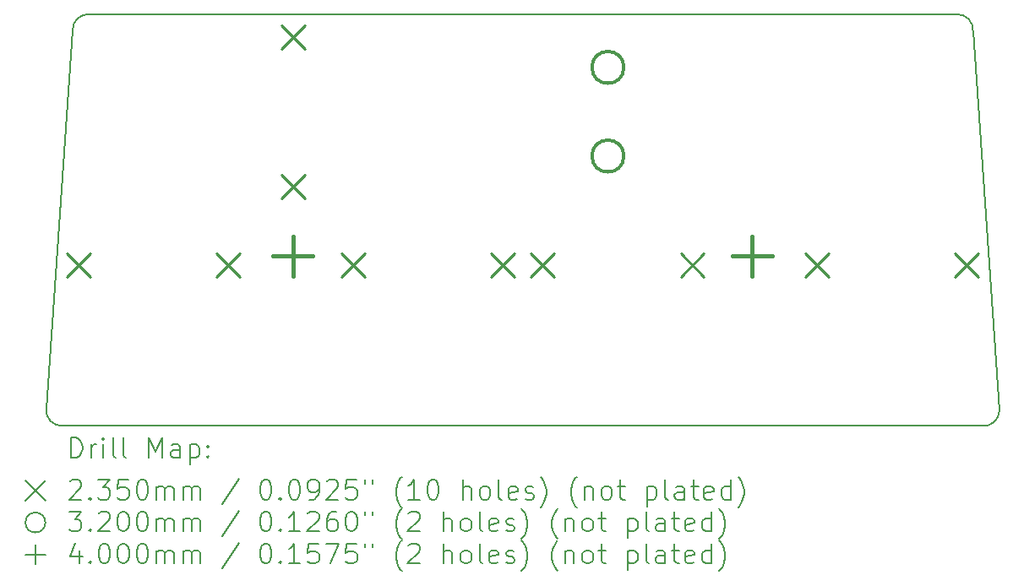
<source format=gbr>
%TF.GenerationSoftware,KiCad,Pcbnew,(6.0.11)*%
%TF.CreationDate,2024-03-01T18:21:50+00:00*%
%TF.ProjectId,BT66B_RJ45_JB,42543636-425f-4524-9a34-355f4a422e6b,rev?*%
%TF.SameCoordinates,Original*%
%TF.FileFunction,Drillmap*%
%TF.FilePolarity,Positive*%
%FSLAX45Y45*%
G04 Gerber Fmt 4.5, Leading zero omitted, Abs format (unit mm)*
G04 Created by KiCad (PCBNEW (6.0.11)) date 2024-03-01 18:21:50*
%MOMM*%
%LPD*%
G01*
G04 APERTURE LIST*
%ADD10C,0.150000*%
%ADD11C,0.200000*%
%ADD12C,0.235000*%
%ADD13C,0.320000*%
%ADD14C,0.400000*%
G04 APERTURE END LIST*
D10*
X9560054Y-11817889D02*
X9825100Y-8018599D01*
X18847947Y-8031111D02*
X19113011Y-11830454D01*
X9996111Y-7860053D02*
X18689401Y-7860100D01*
X9996111Y-7860054D02*
G75*
G03*
X9825100Y-8018599I-12011J-158546D01*
G01*
X9560054Y-11817889D02*
G75*
G03*
X9718599Y-11988900I158546J-12011D01*
G01*
X18942000Y-11988997D02*
G75*
G03*
X19113011Y-11830454I12010J158547D01*
G01*
X18847946Y-8031111D02*
G75*
G03*
X18689401Y-7860100I-158546J12011D01*
G01*
X9718599Y-11988900D02*
X18942000Y-11989000D01*
D11*
D12*
X9768500Y-10256500D02*
X10003500Y-10491500D01*
X10003500Y-10256500D02*
X9768500Y-10491500D01*
X11268500Y-10256500D02*
X11503500Y-10491500D01*
X11503500Y-10256500D02*
X11268500Y-10491500D01*
X11916300Y-7970100D02*
X12151300Y-8205100D01*
X12151300Y-7970100D02*
X11916300Y-8205100D01*
X11916300Y-9470100D02*
X12151300Y-9705100D01*
X12151300Y-9470100D02*
X11916300Y-9705100D01*
X12518500Y-10256500D02*
X12753500Y-10491500D01*
X12753500Y-10256500D02*
X12518500Y-10491500D01*
X14018500Y-10256500D02*
X14253500Y-10491500D01*
X14253500Y-10256500D02*
X14018500Y-10491500D01*
X14418500Y-10256500D02*
X14653500Y-10491500D01*
X14653500Y-10256500D02*
X14418500Y-10491500D01*
X15918500Y-10256500D02*
X16153500Y-10491500D01*
X16153500Y-10256500D02*
X15918500Y-10491500D01*
X17168500Y-10256500D02*
X17403500Y-10491500D01*
X17403500Y-10256500D02*
X17168500Y-10491500D01*
X18668500Y-10256500D02*
X18903500Y-10491500D01*
X18903500Y-10256500D02*
X18668500Y-10491500D01*
D13*
X15349200Y-8393100D02*
G75*
G03*
X15349200Y-8393100I-160000J0D01*
G01*
X15349200Y-9282100D02*
G75*
G03*
X15349200Y-9282100I-160000J0D01*
G01*
D14*
X12034000Y-10086000D02*
X12034000Y-10486000D01*
X11834000Y-10286000D02*
X12234000Y-10286000D01*
X16635000Y-10086000D02*
X16635000Y-10486000D01*
X16435000Y-10286000D02*
X16835000Y-10286000D01*
D11*
X9809719Y-12307427D02*
X9809719Y-12107427D01*
X9857338Y-12107427D01*
X9885910Y-12116951D01*
X9904957Y-12135999D01*
X9914481Y-12155046D01*
X9924005Y-12193141D01*
X9924005Y-12221713D01*
X9914481Y-12259808D01*
X9904957Y-12278856D01*
X9885910Y-12297903D01*
X9857338Y-12307427D01*
X9809719Y-12307427D01*
X10009719Y-12307427D02*
X10009719Y-12174094D01*
X10009719Y-12212189D02*
X10019243Y-12193141D01*
X10028767Y-12183618D01*
X10047814Y-12174094D01*
X10066862Y-12174094D01*
X10133529Y-12307427D02*
X10133529Y-12174094D01*
X10133529Y-12107427D02*
X10124005Y-12116951D01*
X10133529Y-12126475D01*
X10143052Y-12116951D01*
X10133529Y-12107427D01*
X10133529Y-12126475D01*
X10257338Y-12307427D02*
X10238291Y-12297903D01*
X10228767Y-12278856D01*
X10228767Y-12107427D01*
X10362100Y-12307427D02*
X10343052Y-12297903D01*
X10333529Y-12278856D01*
X10333529Y-12107427D01*
X10590672Y-12307427D02*
X10590672Y-12107427D01*
X10657338Y-12250284D01*
X10724005Y-12107427D01*
X10724005Y-12307427D01*
X10904957Y-12307427D02*
X10904957Y-12202665D01*
X10895433Y-12183618D01*
X10876386Y-12174094D01*
X10838291Y-12174094D01*
X10819243Y-12183618D01*
X10904957Y-12297903D02*
X10885910Y-12307427D01*
X10838291Y-12307427D01*
X10819243Y-12297903D01*
X10809719Y-12278856D01*
X10809719Y-12259808D01*
X10819243Y-12240760D01*
X10838291Y-12231237D01*
X10885910Y-12231237D01*
X10904957Y-12221713D01*
X11000195Y-12174094D02*
X11000195Y-12374094D01*
X11000195Y-12183618D02*
X11019243Y-12174094D01*
X11057338Y-12174094D01*
X11076386Y-12183618D01*
X11085910Y-12193141D01*
X11095433Y-12212189D01*
X11095433Y-12269332D01*
X11085910Y-12288379D01*
X11076386Y-12297903D01*
X11057338Y-12307427D01*
X11019243Y-12307427D01*
X11000195Y-12297903D01*
X11181148Y-12288379D02*
X11190671Y-12297903D01*
X11181148Y-12307427D01*
X11171624Y-12297903D01*
X11181148Y-12288379D01*
X11181148Y-12307427D01*
X11181148Y-12183618D02*
X11190671Y-12193141D01*
X11181148Y-12202665D01*
X11171624Y-12193141D01*
X11181148Y-12183618D01*
X11181148Y-12202665D01*
X9352100Y-12536951D02*
X9552100Y-12736951D01*
X9552100Y-12536951D02*
X9352100Y-12736951D01*
X9800195Y-12546475D02*
X9809719Y-12536951D01*
X9828767Y-12527427D01*
X9876386Y-12527427D01*
X9895433Y-12536951D01*
X9904957Y-12546475D01*
X9914481Y-12565522D01*
X9914481Y-12584570D01*
X9904957Y-12613141D01*
X9790672Y-12727427D01*
X9914481Y-12727427D01*
X10000195Y-12708379D02*
X10009719Y-12717903D01*
X10000195Y-12727427D01*
X9990672Y-12717903D01*
X10000195Y-12708379D01*
X10000195Y-12727427D01*
X10076386Y-12527427D02*
X10200195Y-12527427D01*
X10133529Y-12603618D01*
X10162100Y-12603618D01*
X10181148Y-12613141D01*
X10190672Y-12622665D01*
X10200195Y-12641713D01*
X10200195Y-12689332D01*
X10190672Y-12708379D01*
X10181148Y-12717903D01*
X10162100Y-12727427D01*
X10104957Y-12727427D01*
X10085910Y-12717903D01*
X10076386Y-12708379D01*
X10381148Y-12527427D02*
X10285910Y-12527427D01*
X10276386Y-12622665D01*
X10285910Y-12613141D01*
X10304957Y-12603618D01*
X10352576Y-12603618D01*
X10371624Y-12613141D01*
X10381148Y-12622665D01*
X10390672Y-12641713D01*
X10390672Y-12689332D01*
X10381148Y-12708379D01*
X10371624Y-12717903D01*
X10352576Y-12727427D01*
X10304957Y-12727427D01*
X10285910Y-12717903D01*
X10276386Y-12708379D01*
X10514481Y-12527427D02*
X10533529Y-12527427D01*
X10552576Y-12536951D01*
X10562100Y-12546475D01*
X10571624Y-12565522D01*
X10581148Y-12603618D01*
X10581148Y-12651237D01*
X10571624Y-12689332D01*
X10562100Y-12708379D01*
X10552576Y-12717903D01*
X10533529Y-12727427D01*
X10514481Y-12727427D01*
X10495433Y-12717903D01*
X10485910Y-12708379D01*
X10476386Y-12689332D01*
X10466862Y-12651237D01*
X10466862Y-12603618D01*
X10476386Y-12565522D01*
X10485910Y-12546475D01*
X10495433Y-12536951D01*
X10514481Y-12527427D01*
X10666862Y-12727427D02*
X10666862Y-12594094D01*
X10666862Y-12613141D02*
X10676386Y-12603618D01*
X10695433Y-12594094D01*
X10724005Y-12594094D01*
X10743052Y-12603618D01*
X10752576Y-12622665D01*
X10752576Y-12727427D01*
X10752576Y-12622665D02*
X10762100Y-12603618D01*
X10781148Y-12594094D01*
X10809719Y-12594094D01*
X10828767Y-12603618D01*
X10838291Y-12622665D01*
X10838291Y-12727427D01*
X10933529Y-12727427D02*
X10933529Y-12594094D01*
X10933529Y-12613141D02*
X10943052Y-12603618D01*
X10962100Y-12594094D01*
X10990672Y-12594094D01*
X11009719Y-12603618D01*
X11019243Y-12622665D01*
X11019243Y-12727427D01*
X11019243Y-12622665D02*
X11028767Y-12603618D01*
X11047814Y-12594094D01*
X11076386Y-12594094D01*
X11095433Y-12603618D01*
X11104957Y-12622665D01*
X11104957Y-12727427D01*
X11495433Y-12517903D02*
X11324005Y-12775046D01*
X11752576Y-12527427D02*
X11771624Y-12527427D01*
X11790671Y-12536951D01*
X11800195Y-12546475D01*
X11809719Y-12565522D01*
X11819243Y-12603618D01*
X11819243Y-12651237D01*
X11809719Y-12689332D01*
X11800195Y-12708379D01*
X11790671Y-12717903D01*
X11771624Y-12727427D01*
X11752576Y-12727427D01*
X11733529Y-12717903D01*
X11724005Y-12708379D01*
X11714481Y-12689332D01*
X11704957Y-12651237D01*
X11704957Y-12603618D01*
X11714481Y-12565522D01*
X11724005Y-12546475D01*
X11733529Y-12536951D01*
X11752576Y-12527427D01*
X11904957Y-12708379D02*
X11914481Y-12717903D01*
X11904957Y-12727427D01*
X11895433Y-12717903D01*
X11904957Y-12708379D01*
X11904957Y-12727427D01*
X12038290Y-12527427D02*
X12057338Y-12527427D01*
X12076386Y-12536951D01*
X12085910Y-12546475D01*
X12095433Y-12565522D01*
X12104957Y-12603618D01*
X12104957Y-12651237D01*
X12095433Y-12689332D01*
X12085910Y-12708379D01*
X12076386Y-12717903D01*
X12057338Y-12727427D01*
X12038290Y-12727427D01*
X12019243Y-12717903D01*
X12009719Y-12708379D01*
X12000195Y-12689332D01*
X11990671Y-12651237D01*
X11990671Y-12603618D01*
X12000195Y-12565522D01*
X12009719Y-12546475D01*
X12019243Y-12536951D01*
X12038290Y-12527427D01*
X12200195Y-12727427D02*
X12238290Y-12727427D01*
X12257338Y-12717903D01*
X12266862Y-12708379D01*
X12285910Y-12679808D01*
X12295433Y-12641713D01*
X12295433Y-12565522D01*
X12285910Y-12546475D01*
X12276386Y-12536951D01*
X12257338Y-12527427D01*
X12219243Y-12527427D01*
X12200195Y-12536951D01*
X12190671Y-12546475D01*
X12181148Y-12565522D01*
X12181148Y-12613141D01*
X12190671Y-12632189D01*
X12200195Y-12641713D01*
X12219243Y-12651237D01*
X12257338Y-12651237D01*
X12276386Y-12641713D01*
X12285910Y-12632189D01*
X12295433Y-12613141D01*
X12371624Y-12546475D02*
X12381148Y-12536951D01*
X12400195Y-12527427D01*
X12447814Y-12527427D01*
X12466862Y-12536951D01*
X12476386Y-12546475D01*
X12485910Y-12565522D01*
X12485910Y-12584570D01*
X12476386Y-12613141D01*
X12362100Y-12727427D01*
X12485910Y-12727427D01*
X12666862Y-12527427D02*
X12571624Y-12527427D01*
X12562100Y-12622665D01*
X12571624Y-12613141D01*
X12590671Y-12603618D01*
X12638290Y-12603618D01*
X12657338Y-12613141D01*
X12666862Y-12622665D01*
X12676386Y-12641713D01*
X12676386Y-12689332D01*
X12666862Y-12708379D01*
X12657338Y-12717903D01*
X12638290Y-12727427D01*
X12590671Y-12727427D01*
X12571624Y-12717903D01*
X12562100Y-12708379D01*
X12752576Y-12527427D02*
X12752576Y-12565522D01*
X12828767Y-12527427D02*
X12828767Y-12565522D01*
X13124005Y-12803618D02*
X13114481Y-12794094D01*
X13095433Y-12765522D01*
X13085910Y-12746475D01*
X13076386Y-12717903D01*
X13066862Y-12670284D01*
X13066862Y-12632189D01*
X13076386Y-12584570D01*
X13085910Y-12555999D01*
X13095433Y-12536951D01*
X13114481Y-12508379D01*
X13124005Y-12498856D01*
X13304957Y-12727427D02*
X13190671Y-12727427D01*
X13247814Y-12727427D02*
X13247814Y-12527427D01*
X13228767Y-12555999D01*
X13209719Y-12575046D01*
X13190671Y-12584570D01*
X13428767Y-12527427D02*
X13447814Y-12527427D01*
X13466862Y-12536951D01*
X13476386Y-12546475D01*
X13485910Y-12565522D01*
X13495433Y-12603618D01*
X13495433Y-12651237D01*
X13485910Y-12689332D01*
X13476386Y-12708379D01*
X13466862Y-12717903D01*
X13447814Y-12727427D01*
X13428767Y-12727427D01*
X13409719Y-12717903D01*
X13400195Y-12708379D01*
X13390671Y-12689332D01*
X13381148Y-12651237D01*
X13381148Y-12603618D01*
X13390671Y-12565522D01*
X13400195Y-12546475D01*
X13409719Y-12536951D01*
X13428767Y-12527427D01*
X13733529Y-12727427D02*
X13733529Y-12527427D01*
X13819243Y-12727427D02*
X13819243Y-12622665D01*
X13809719Y-12603618D01*
X13790671Y-12594094D01*
X13762100Y-12594094D01*
X13743052Y-12603618D01*
X13733529Y-12613141D01*
X13943052Y-12727427D02*
X13924005Y-12717903D01*
X13914481Y-12708379D01*
X13904957Y-12689332D01*
X13904957Y-12632189D01*
X13914481Y-12613141D01*
X13924005Y-12603618D01*
X13943052Y-12594094D01*
X13971624Y-12594094D01*
X13990671Y-12603618D01*
X14000195Y-12613141D01*
X14009719Y-12632189D01*
X14009719Y-12689332D01*
X14000195Y-12708379D01*
X13990671Y-12717903D01*
X13971624Y-12727427D01*
X13943052Y-12727427D01*
X14124005Y-12727427D02*
X14104957Y-12717903D01*
X14095433Y-12698856D01*
X14095433Y-12527427D01*
X14276386Y-12717903D02*
X14257338Y-12727427D01*
X14219243Y-12727427D01*
X14200195Y-12717903D01*
X14190671Y-12698856D01*
X14190671Y-12622665D01*
X14200195Y-12603618D01*
X14219243Y-12594094D01*
X14257338Y-12594094D01*
X14276386Y-12603618D01*
X14285910Y-12622665D01*
X14285910Y-12641713D01*
X14190671Y-12660760D01*
X14362100Y-12717903D02*
X14381148Y-12727427D01*
X14419243Y-12727427D01*
X14438290Y-12717903D01*
X14447814Y-12698856D01*
X14447814Y-12689332D01*
X14438290Y-12670284D01*
X14419243Y-12660760D01*
X14390671Y-12660760D01*
X14371624Y-12651237D01*
X14362100Y-12632189D01*
X14362100Y-12622665D01*
X14371624Y-12603618D01*
X14390671Y-12594094D01*
X14419243Y-12594094D01*
X14438290Y-12603618D01*
X14514481Y-12803618D02*
X14524005Y-12794094D01*
X14543052Y-12765522D01*
X14552576Y-12746475D01*
X14562100Y-12717903D01*
X14571624Y-12670284D01*
X14571624Y-12632189D01*
X14562100Y-12584570D01*
X14552576Y-12555999D01*
X14543052Y-12536951D01*
X14524005Y-12508379D01*
X14514481Y-12498856D01*
X14876386Y-12803618D02*
X14866862Y-12794094D01*
X14847814Y-12765522D01*
X14838290Y-12746475D01*
X14828767Y-12717903D01*
X14819243Y-12670284D01*
X14819243Y-12632189D01*
X14828767Y-12584570D01*
X14838290Y-12555999D01*
X14847814Y-12536951D01*
X14866862Y-12508379D01*
X14876386Y-12498856D01*
X14952576Y-12594094D02*
X14952576Y-12727427D01*
X14952576Y-12613141D02*
X14962100Y-12603618D01*
X14981148Y-12594094D01*
X15009719Y-12594094D01*
X15028767Y-12603618D01*
X15038290Y-12622665D01*
X15038290Y-12727427D01*
X15162100Y-12727427D02*
X15143052Y-12717903D01*
X15133529Y-12708379D01*
X15124005Y-12689332D01*
X15124005Y-12632189D01*
X15133529Y-12613141D01*
X15143052Y-12603618D01*
X15162100Y-12594094D01*
X15190671Y-12594094D01*
X15209719Y-12603618D01*
X15219243Y-12613141D01*
X15228767Y-12632189D01*
X15228767Y-12689332D01*
X15219243Y-12708379D01*
X15209719Y-12717903D01*
X15190671Y-12727427D01*
X15162100Y-12727427D01*
X15285910Y-12594094D02*
X15362100Y-12594094D01*
X15314481Y-12527427D02*
X15314481Y-12698856D01*
X15324005Y-12717903D01*
X15343052Y-12727427D01*
X15362100Y-12727427D01*
X15581148Y-12594094D02*
X15581148Y-12794094D01*
X15581148Y-12603618D02*
X15600195Y-12594094D01*
X15638290Y-12594094D01*
X15657338Y-12603618D01*
X15666862Y-12613141D01*
X15676386Y-12632189D01*
X15676386Y-12689332D01*
X15666862Y-12708379D01*
X15657338Y-12717903D01*
X15638290Y-12727427D01*
X15600195Y-12727427D01*
X15581148Y-12717903D01*
X15790671Y-12727427D02*
X15771624Y-12717903D01*
X15762100Y-12698856D01*
X15762100Y-12527427D01*
X15952576Y-12727427D02*
X15952576Y-12622665D01*
X15943052Y-12603618D01*
X15924005Y-12594094D01*
X15885910Y-12594094D01*
X15866862Y-12603618D01*
X15952576Y-12717903D02*
X15933529Y-12727427D01*
X15885910Y-12727427D01*
X15866862Y-12717903D01*
X15857338Y-12698856D01*
X15857338Y-12679808D01*
X15866862Y-12660760D01*
X15885910Y-12651237D01*
X15933529Y-12651237D01*
X15952576Y-12641713D01*
X16019243Y-12594094D02*
X16095433Y-12594094D01*
X16047814Y-12527427D02*
X16047814Y-12698856D01*
X16057338Y-12717903D01*
X16076386Y-12727427D01*
X16095433Y-12727427D01*
X16238290Y-12717903D02*
X16219243Y-12727427D01*
X16181148Y-12727427D01*
X16162100Y-12717903D01*
X16152576Y-12698856D01*
X16152576Y-12622665D01*
X16162100Y-12603618D01*
X16181148Y-12594094D01*
X16219243Y-12594094D01*
X16238290Y-12603618D01*
X16247814Y-12622665D01*
X16247814Y-12641713D01*
X16152576Y-12660760D01*
X16419243Y-12727427D02*
X16419243Y-12527427D01*
X16419243Y-12717903D02*
X16400195Y-12727427D01*
X16362100Y-12727427D01*
X16343052Y-12717903D01*
X16333529Y-12708379D01*
X16324005Y-12689332D01*
X16324005Y-12632189D01*
X16333529Y-12613141D01*
X16343052Y-12603618D01*
X16362100Y-12594094D01*
X16400195Y-12594094D01*
X16419243Y-12603618D01*
X16495433Y-12803618D02*
X16504957Y-12794094D01*
X16524005Y-12765522D01*
X16533529Y-12746475D01*
X16543052Y-12717903D01*
X16552576Y-12670284D01*
X16552576Y-12632189D01*
X16543052Y-12584570D01*
X16533529Y-12555999D01*
X16524005Y-12536951D01*
X16504957Y-12508379D01*
X16495433Y-12498856D01*
X9552100Y-12956951D02*
G75*
G03*
X9552100Y-12956951I-100000J0D01*
G01*
X9790672Y-12847427D02*
X9914481Y-12847427D01*
X9847814Y-12923618D01*
X9876386Y-12923618D01*
X9895433Y-12933141D01*
X9904957Y-12942665D01*
X9914481Y-12961713D01*
X9914481Y-13009332D01*
X9904957Y-13028379D01*
X9895433Y-13037903D01*
X9876386Y-13047427D01*
X9819243Y-13047427D01*
X9800195Y-13037903D01*
X9790672Y-13028379D01*
X10000195Y-13028379D02*
X10009719Y-13037903D01*
X10000195Y-13047427D01*
X9990672Y-13037903D01*
X10000195Y-13028379D01*
X10000195Y-13047427D01*
X10085910Y-12866475D02*
X10095433Y-12856951D01*
X10114481Y-12847427D01*
X10162100Y-12847427D01*
X10181148Y-12856951D01*
X10190672Y-12866475D01*
X10200195Y-12885522D01*
X10200195Y-12904570D01*
X10190672Y-12933141D01*
X10076386Y-13047427D01*
X10200195Y-13047427D01*
X10324005Y-12847427D02*
X10343052Y-12847427D01*
X10362100Y-12856951D01*
X10371624Y-12866475D01*
X10381148Y-12885522D01*
X10390672Y-12923618D01*
X10390672Y-12971237D01*
X10381148Y-13009332D01*
X10371624Y-13028379D01*
X10362100Y-13037903D01*
X10343052Y-13047427D01*
X10324005Y-13047427D01*
X10304957Y-13037903D01*
X10295433Y-13028379D01*
X10285910Y-13009332D01*
X10276386Y-12971237D01*
X10276386Y-12923618D01*
X10285910Y-12885522D01*
X10295433Y-12866475D01*
X10304957Y-12856951D01*
X10324005Y-12847427D01*
X10514481Y-12847427D02*
X10533529Y-12847427D01*
X10552576Y-12856951D01*
X10562100Y-12866475D01*
X10571624Y-12885522D01*
X10581148Y-12923618D01*
X10581148Y-12971237D01*
X10571624Y-13009332D01*
X10562100Y-13028379D01*
X10552576Y-13037903D01*
X10533529Y-13047427D01*
X10514481Y-13047427D01*
X10495433Y-13037903D01*
X10485910Y-13028379D01*
X10476386Y-13009332D01*
X10466862Y-12971237D01*
X10466862Y-12923618D01*
X10476386Y-12885522D01*
X10485910Y-12866475D01*
X10495433Y-12856951D01*
X10514481Y-12847427D01*
X10666862Y-13047427D02*
X10666862Y-12914094D01*
X10666862Y-12933141D02*
X10676386Y-12923618D01*
X10695433Y-12914094D01*
X10724005Y-12914094D01*
X10743052Y-12923618D01*
X10752576Y-12942665D01*
X10752576Y-13047427D01*
X10752576Y-12942665D02*
X10762100Y-12923618D01*
X10781148Y-12914094D01*
X10809719Y-12914094D01*
X10828767Y-12923618D01*
X10838291Y-12942665D01*
X10838291Y-13047427D01*
X10933529Y-13047427D02*
X10933529Y-12914094D01*
X10933529Y-12933141D02*
X10943052Y-12923618D01*
X10962100Y-12914094D01*
X10990672Y-12914094D01*
X11009719Y-12923618D01*
X11019243Y-12942665D01*
X11019243Y-13047427D01*
X11019243Y-12942665D02*
X11028767Y-12923618D01*
X11047814Y-12914094D01*
X11076386Y-12914094D01*
X11095433Y-12923618D01*
X11104957Y-12942665D01*
X11104957Y-13047427D01*
X11495433Y-12837903D02*
X11324005Y-13095046D01*
X11752576Y-12847427D02*
X11771624Y-12847427D01*
X11790671Y-12856951D01*
X11800195Y-12866475D01*
X11809719Y-12885522D01*
X11819243Y-12923618D01*
X11819243Y-12971237D01*
X11809719Y-13009332D01*
X11800195Y-13028379D01*
X11790671Y-13037903D01*
X11771624Y-13047427D01*
X11752576Y-13047427D01*
X11733529Y-13037903D01*
X11724005Y-13028379D01*
X11714481Y-13009332D01*
X11704957Y-12971237D01*
X11704957Y-12923618D01*
X11714481Y-12885522D01*
X11724005Y-12866475D01*
X11733529Y-12856951D01*
X11752576Y-12847427D01*
X11904957Y-13028379D02*
X11914481Y-13037903D01*
X11904957Y-13047427D01*
X11895433Y-13037903D01*
X11904957Y-13028379D01*
X11904957Y-13047427D01*
X12104957Y-13047427D02*
X11990671Y-13047427D01*
X12047814Y-13047427D02*
X12047814Y-12847427D01*
X12028767Y-12875999D01*
X12009719Y-12895046D01*
X11990671Y-12904570D01*
X12181148Y-12866475D02*
X12190671Y-12856951D01*
X12209719Y-12847427D01*
X12257338Y-12847427D01*
X12276386Y-12856951D01*
X12285910Y-12866475D01*
X12295433Y-12885522D01*
X12295433Y-12904570D01*
X12285910Y-12933141D01*
X12171624Y-13047427D01*
X12295433Y-13047427D01*
X12466862Y-12847427D02*
X12428767Y-12847427D01*
X12409719Y-12856951D01*
X12400195Y-12866475D01*
X12381148Y-12895046D01*
X12371624Y-12933141D01*
X12371624Y-13009332D01*
X12381148Y-13028379D01*
X12390671Y-13037903D01*
X12409719Y-13047427D01*
X12447814Y-13047427D01*
X12466862Y-13037903D01*
X12476386Y-13028379D01*
X12485910Y-13009332D01*
X12485910Y-12961713D01*
X12476386Y-12942665D01*
X12466862Y-12933141D01*
X12447814Y-12923618D01*
X12409719Y-12923618D01*
X12390671Y-12933141D01*
X12381148Y-12942665D01*
X12371624Y-12961713D01*
X12609719Y-12847427D02*
X12628767Y-12847427D01*
X12647814Y-12856951D01*
X12657338Y-12866475D01*
X12666862Y-12885522D01*
X12676386Y-12923618D01*
X12676386Y-12971237D01*
X12666862Y-13009332D01*
X12657338Y-13028379D01*
X12647814Y-13037903D01*
X12628767Y-13047427D01*
X12609719Y-13047427D01*
X12590671Y-13037903D01*
X12581148Y-13028379D01*
X12571624Y-13009332D01*
X12562100Y-12971237D01*
X12562100Y-12923618D01*
X12571624Y-12885522D01*
X12581148Y-12866475D01*
X12590671Y-12856951D01*
X12609719Y-12847427D01*
X12752576Y-12847427D02*
X12752576Y-12885522D01*
X12828767Y-12847427D02*
X12828767Y-12885522D01*
X13124005Y-13123618D02*
X13114481Y-13114094D01*
X13095433Y-13085522D01*
X13085910Y-13066475D01*
X13076386Y-13037903D01*
X13066862Y-12990284D01*
X13066862Y-12952189D01*
X13076386Y-12904570D01*
X13085910Y-12875999D01*
X13095433Y-12856951D01*
X13114481Y-12828379D01*
X13124005Y-12818856D01*
X13190671Y-12866475D02*
X13200195Y-12856951D01*
X13219243Y-12847427D01*
X13266862Y-12847427D01*
X13285910Y-12856951D01*
X13295433Y-12866475D01*
X13304957Y-12885522D01*
X13304957Y-12904570D01*
X13295433Y-12933141D01*
X13181148Y-13047427D01*
X13304957Y-13047427D01*
X13543052Y-13047427D02*
X13543052Y-12847427D01*
X13628767Y-13047427D02*
X13628767Y-12942665D01*
X13619243Y-12923618D01*
X13600195Y-12914094D01*
X13571624Y-12914094D01*
X13552576Y-12923618D01*
X13543052Y-12933141D01*
X13752576Y-13047427D02*
X13733529Y-13037903D01*
X13724005Y-13028379D01*
X13714481Y-13009332D01*
X13714481Y-12952189D01*
X13724005Y-12933141D01*
X13733529Y-12923618D01*
X13752576Y-12914094D01*
X13781148Y-12914094D01*
X13800195Y-12923618D01*
X13809719Y-12933141D01*
X13819243Y-12952189D01*
X13819243Y-13009332D01*
X13809719Y-13028379D01*
X13800195Y-13037903D01*
X13781148Y-13047427D01*
X13752576Y-13047427D01*
X13933529Y-13047427D02*
X13914481Y-13037903D01*
X13904957Y-13018856D01*
X13904957Y-12847427D01*
X14085910Y-13037903D02*
X14066862Y-13047427D01*
X14028767Y-13047427D01*
X14009719Y-13037903D01*
X14000195Y-13018856D01*
X14000195Y-12942665D01*
X14009719Y-12923618D01*
X14028767Y-12914094D01*
X14066862Y-12914094D01*
X14085910Y-12923618D01*
X14095433Y-12942665D01*
X14095433Y-12961713D01*
X14000195Y-12980760D01*
X14171624Y-13037903D02*
X14190671Y-13047427D01*
X14228767Y-13047427D01*
X14247814Y-13037903D01*
X14257338Y-13018856D01*
X14257338Y-13009332D01*
X14247814Y-12990284D01*
X14228767Y-12980760D01*
X14200195Y-12980760D01*
X14181148Y-12971237D01*
X14171624Y-12952189D01*
X14171624Y-12942665D01*
X14181148Y-12923618D01*
X14200195Y-12914094D01*
X14228767Y-12914094D01*
X14247814Y-12923618D01*
X14324005Y-13123618D02*
X14333529Y-13114094D01*
X14352576Y-13085522D01*
X14362100Y-13066475D01*
X14371624Y-13037903D01*
X14381148Y-12990284D01*
X14381148Y-12952189D01*
X14371624Y-12904570D01*
X14362100Y-12875999D01*
X14352576Y-12856951D01*
X14333529Y-12828379D01*
X14324005Y-12818856D01*
X14685910Y-13123618D02*
X14676386Y-13114094D01*
X14657338Y-13085522D01*
X14647814Y-13066475D01*
X14638290Y-13037903D01*
X14628767Y-12990284D01*
X14628767Y-12952189D01*
X14638290Y-12904570D01*
X14647814Y-12875999D01*
X14657338Y-12856951D01*
X14676386Y-12828379D01*
X14685910Y-12818856D01*
X14762100Y-12914094D02*
X14762100Y-13047427D01*
X14762100Y-12933141D02*
X14771624Y-12923618D01*
X14790671Y-12914094D01*
X14819243Y-12914094D01*
X14838290Y-12923618D01*
X14847814Y-12942665D01*
X14847814Y-13047427D01*
X14971624Y-13047427D02*
X14952576Y-13037903D01*
X14943052Y-13028379D01*
X14933529Y-13009332D01*
X14933529Y-12952189D01*
X14943052Y-12933141D01*
X14952576Y-12923618D01*
X14971624Y-12914094D01*
X15000195Y-12914094D01*
X15019243Y-12923618D01*
X15028767Y-12933141D01*
X15038290Y-12952189D01*
X15038290Y-13009332D01*
X15028767Y-13028379D01*
X15019243Y-13037903D01*
X15000195Y-13047427D01*
X14971624Y-13047427D01*
X15095433Y-12914094D02*
X15171624Y-12914094D01*
X15124005Y-12847427D02*
X15124005Y-13018856D01*
X15133529Y-13037903D01*
X15152576Y-13047427D01*
X15171624Y-13047427D01*
X15390671Y-12914094D02*
X15390671Y-13114094D01*
X15390671Y-12923618D02*
X15409719Y-12914094D01*
X15447814Y-12914094D01*
X15466862Y-12923618D01*
X15476386Y-12933141D01*
X15485910Y-12952189D01*
X15485910Y-13009332D01*
X15476386Y-13028379D01*
X15466862Y-13037903D01*
X15447814Y-13047427D01*
X15409719Y-13047427D01*
X15390671Y-13037903D01*
X15600195Y-13047427D02*
X15581148Y-13037903D01*
X15571624Y-13018856D01*
X15571624Y-12847427D01*
X15762100Y-13047427D02*
X15762100Y-12942665D01*
X15752576Y-12923618D01*
X15733529Y-12914094D01*
X15695433Y-12914094D01*
X15676386Y-12923618D01*
X15762100Y-13037903D02*
X15743052Y-13047427D01*
X15695433Y-13047427D01*
X15676386Y-13037903D01*
X15666862Y-13018856D01*
X15666862Y-12999808D01*
X15676386Y-12980760D01*
X15695433Y-12971237D01*
X15743052Y-12971237D01*
X15762100Y-12961713D01*
X15828767Y-12914094D02*
X15904957Y-12914094D01*
X15857338Y-12847427D02*
X15857338Y-13018856D01*
X15866862Y-13037903D01*
X15885910Y-13047427D01*
X15904957Y-13047427D01*
X16047814Y-13037903D02*
X16028767Y-13047427D01*
X15990671Y-13047427D01*
X15971624Y-13037903D01*
X15962100Y-13018856D01*
X15962100Y-12942665D01*
X15971624Y-12923618D01*
X15990671Y-12914094D01*
X16028767Y-12914094D01*
X16047814Y-12923618D01*
X16057338Y-12942665D01*
X16057338Y-12961713D01*
X15962100Y-12980760D01*
X16228767Y-13047427D02*
X16228767Y-12847427D01*
X16228767Y-13037903D02*
X16209719Y-13047427D01*
X16171624Y-13047427D01*
X16152576Y-13037903D01*
X16143052Y-13028379D01*
X16133529Y-13009332D01*
X16133529Y-12952189D01*
X16143052Y-12933141D01*
X16152576Y-12923618D01*
X16171624Y-12914094D01*
X16209719Y-12914094D01*
X16228767Y-12923618D01*
X16304957Y-13123618D02*
X16314481Y-13114094D01*
X16333529Y-13085522D01*
X16343052Y-13066475D01*
X16352576Y-13037903D01*
X16362100Y-12990284D01*
X16362100Y-12952189D01*
X16352576Y-12904570D01*
X16343052Y-12875999D01*
X16333529Y-12856951D01*
X16314481Y-12828379D01*
X16304957Y-12818856D01*
X9452100Y-13176951D02*
X9452100Y-13376951D01*
X9352100Y-13276951D02*
X9552100Y-13276951D01*
X9895433Y-13234094D02*
X9895433Y-13367427D01*
X9847814Y-13157903D02*
X9800195Y-13300760D01*
X9924005Y-13300760D01*
X10000195Y-13348379D02*
X10009719Y-13357903D01*
X10000195Y-13367427D01*
X9990672Y-13357903D01*
X10000195Y-13348379D01*
X10000195Y-13367427D01*
X10133529Y-13167427D02*
X10152576Y-13167427D01*
X10171624Y-13176951D01*
X10181148Y-13186475D01*
X10190672Y-13205522D01*
X10200195Y-13243618D01*
X10200195Y-13291237D01*
X10190672Y-13329332D01*
X10181148Y-13348379D01*
X10171624Y-13357903D01*
X10152576Y-13367427D01*
X10133529Y-13367427D01*
X10114481Y-13357903D01*
X10104957Y-13348379D01*
X10095433Y-13329332D01*
X10085910Y-13291237D01*
X10085910Y-13243618D01*
X10095433Y-13205522D01*
X10104957Y-13186475D01*
X10114481Y-13176951D01*
X10133529Y-13167427D01*
X10324005Y-13167427D02*
X10343052Y-13167427D01*
X10362100Y-13176951D01*
X10371624Y-13186475D01*
X10381148Y-13205522D01*
X10390672Y-13243618D01*
X10390672Y-13291237D01*
X10381148Y-13329332D01*
X10371624Y-13348379D01*
X10362100Y-13357903D01*
X10343052Y-13367427D01*
X10324005Y-13367427D01*
X10304957Y-13357903D01*
X10295433Y-13348379D01*
X10285910Y-13329332D01*
X10276386Y-13291237D01*
X10276386Y-13243618D01*
X10285910Y-13205522D01*
X10295433Y-13186475D01*
X10304957Y-13176951D01*
X10324005Y-13167427D01*
X10514481Y-13167427D02*
X10533529Y-13167427D01*
X10552576Y-13176951D01*
X10562100Y-13186475D01*
X10571624Y-13205522D01*
X10581148Y-13243618D01*
X10581148Y-13291237D01*
X10571624Y-13329332D01*
X10562100Y-13348379D01*
X10552576Y-13357903D01*
X10533529Y-13367427D01*
X10514481Y-13367427D01*
X10495433Y-13357903D01*
X10485910Y-13348379D01*
X10476386Y-13329332D01*
X10466862Y-13291237D01*
X10466862Y-13243618D01*
X10476386Y-13205522D01*
X10485910Y-13186475D01*
X10495433Y-13176951D01*
X10514481Y-13167427D01*
X10666862Y-13367427D02*
X10666862Y-13234094D01*
X10666862Y-13253141D02*
X10676386Y-13243618D01*
X10695433Y-13234094D01*
X10724005Y-13234094D01*
X10743052Y-13243618D01*
X10752576Y-13262665D01*
X10752576Y-13367427D01*
X10752576Y-13262665D02*
X10762100Y-13243618D01*
X10781148Y-13234094D01*
X10809719Y-13234094D01*
X10828767Y-13243618D01*
X10838291Y-13262665D01*
X10838291Y-13367427D01*
X10933529Y-13367427D02*
X10933529Y-13234094D01*
X10933529Y-13253141D02*
X10943052Y-13243618D01*
X10962100Y-13234094D01*
X10990672Y-13234094D01*
X11009719Y-13243618D01*
X11019243Y-13262665D01*
X11019243Y-13367427D01*
X11019243Y-13262665D02*
X11028767Y-13243618D01*
X11047814Y-13234094D01*
X11076386Y-13234094D01*
X11095433Y-13243618D01*
X11104957Y-13262665D01*
X11104957Y-13367427D01*
X11495433Y-13157903D02*
X11324005Y-13415046D01*
X11752576Y-13167427D02*
X11771624Y-13167427D01*
X11790671Y-13176951D01*
X11800195Y-13186475D01*
X11809719Y-13205522D01*
X11819243Y-13243618D01*
X11819243Y-13291237D01*
X11809719Y-13329332D01*
X11800195Y-13348379D01*
X11790671Y-13357903D01*
X11771624Y-13367427D01*
X11752576Y-13367427D01*
X11733529Y-13357903D01*
X11724005Y-13348379D01*
X11714481Y-13329332D01*
X11704957Y-13291237D01*
X11704957Y-13243618D01*
X11714481Y-13205522D01*
X11724005Y-13186475D01*
X11733529Y-13176951D01*
X11752576Y-13167427D01*
X11904957Y-13348379D02*
X11914481Y-13357903D01*
X11904957Y-13367427D01*
X11895433Y-13357903D01*
X11904957Y-13348379D01*
X11904957Y-13367427D01*
X12104957Y-13367427D02*
X11990671Y-13367427D01*
X12047814Y-13367427D02*
X12047814Y-13167427D01*
X12028767Y-13195999D01*
X12009719Y-13215046D01*
X11990671Y-13224570D01*
X12285910Y-13167427D02*
X12190671Y-13167427D01*
X12181148Y-13262665D01*
X12190671Y-13253141D01*
X12209719Y-13243618D01*
X12257338Y-13243618D01*
X12276386Y-13253141D01*
X12285910Y-13262665D01*
X12295433Y-13281713D01*
X12295433Y-13329332D01*
X12285910Y-13348379D01*
X12276386Y-13357903D01*
X12257338Y-13367427D01*
X12209719Y-13367427D01*
X12190671Y-13357903D01*
X12181148Y-13348379D01*
X12362100Y-13167427D02*
X12495433Y-13167427D01*
X12409719Y-13367427D01*
X12666862Y-13167427D02*
X12571624Y-13167427D01*
X12562100Y-13262665D01*
X12571624Y-13253141D01*
X12590671Y-13243618D01*
X12638290Y-13243618D01*
X12657338Y-13253141D01*
X12666862Y-13262665D01*
X12676386Y-13281713D01*
X12676386Y-13329332D01*
X12666862Y-13348379D01*
X12657338Y-13357903D01*
X12638290Y-13367427D01*
X12590671Y-13367427D01*
X12571624Y-13357903D01*
X12562100Y-13348379D01*
X12752576Y-13167427D02*
X12752576Y-13205522D01*
X12828767Y-13167427D02*
X12828767Y-13205522D01*
X13124005Y-13443618D02*
X13114481Y-13434094D01*
X13095433Y-13405522D01*
X13085910Y-13386475D01*
X13076386Y-13357903D01*
X13066862Y-13310284D01*
X13066862Y-13272189D01*
X13076386Y-13224570D01*
X13085910Y-13195999D01*
X13095433Y-13176951D01*
X13114481Y-13148379D01*
X13124005Y-13138856D01*
X13190671Y-13186475D02*
X13200195Y-13176951D01*
X13219243Y-13167427D01*
X13266862Y-13167427D01*
X13285910Y-13176951D01*
X13295433Y-13186475D01*
X13304957Y-13205522D01*
X13304957Y-13224570D01*
X13295433Y-13253141D01*
X13181148Y-13367427D01*
X13304957Y-13367427D01*
X13543052Y-13367427D02*
X13543052Y-13167427D01*
X13628767Y-13367427D02*
X13628767Y-13262665D01*
X13619243Y-13243618D01*
X13600195Y-13234094D01*
X13571624Y-13234094D01*
X13552576Y-13243618D01*
X13543052Y-13253141D01*
X13752576Y-13367427D02*
X13733529Y-13357903D01*
X13724005Y-13348379D01*
X13714481Y-13329332D01*
X13714481Y-13272189D01*
X13724005Y-13253141D01*
X13733529Y-13243618D01*
X13752576Y-13234094D01*
X13781148Y-13234094D01*
X13800195Y-13243618D01*
X13809719Y-13253141D01*
X13819243Y-13272189D01*
X13819243Y-13329332D01*
X13809719Y-13348379D01*
X13800195Y-13357903D01*
X13781148Y-13367427D01*
X13752576Y-13367427D01*
X13933529Y-13367427D02*
X13914481Y-13357903D01*
X13904957Y-13338856D01*
X13904957Y-13167427D01*
X14085910Y-13357903D02*
X14066862Y-13367427D01*
X14028767Y-13367427D01*
X14009719Y-13357903D01*
X14000195Y-13338856D01*
X14000195Y-13262665D01*
X14009719Y-13243618D01*
X14028767Y-13234094D01*
X14066862Y-13234094D01*
X14085910Y-13243618D01*
X14095433Y-13262665D01*
X14095433Y-13281713D01*
X14000195Y-13300760D01*
X14171624Y-13357903D02*
X14190671Y-13367427D01*
X14228767Y-13367427D01*
X14247814Y-13357903D01*
X14257338Y-13338856D01*
X14257338Y-13329332D01*
X14247814Y-13310284D01*
X14228767Y-13300760D01*
X14200195Y-13300760D01*
X14181148Y-13291237D01*
X14171624Y-13272189D01*
X14171624Y-13262665D01*
X14181148Y-13243618D01*
X14200195Y-13234094D01*
X14228767Y-13234094D01*
X14247814Y-13243618D01*
X14324005Y-13443618D02*
X14333529Y-13434094D01*
X14352576Y-13405522D01*
X14362100Y-13386475D01*
X14371624Y-13357903D01*
X14381148Y-13310284D01*
X14381148Y-13272189D01*
X14371624Y-13224570D01*
X14362100Y-13195999D01*
X14352576Y-13176951D01*
X14333529Y-13148379D01*
X14324005Y-13138856D01*
X14685910Y-13443618D02*
X14676386Y-13434094D01*
X14657338Y-13405522D01*
X14647814Y-13386475D01*
X14638290Y-13357903D01*
X14628767Y-13310284D01*
X14628767Y-13272189D01*
X14638290Y-13224570D01*
X14647814Y-13195999D01*
X14657338Y-13176951D01*
X14676386Y-13148379D01*
X14685910Y-13138856D01*
X14762100Y-13234094D02*
X14762100Y-13367427D01*
X14762100Y-13253141D02*
X14771624Y-13243618D01*
X14790671Y-13234094D01*
X14819243Y-13234094D01*
X14838290Y-13243618D01*
X14847814Y-13262665D01*
X14847814Y-13367427D01*
X14971624Y-13367427D02*
X14952576Y-13357903D01*
X14943052Y-13348379D01*
X14933529Y-13329332D01*
X14933529Y-13272189D01*
X14943052Y-13253141D01*
X14952576Y-13243618D01*
X14971624Y-13234094D01*
X15000195Y-13234094D01*
X15019243Y-13243618D01*
X15028767Y-13253141D01*
X15038290Y-13272189D01*
X15038290Y-13329332D01*
X15028767Y-13348379D01*
X15019243Y-13357903D01*
X15000195Y-13367427D01*
X14971624Y-13367427D01*
X15095433Y-13234094D02*
X15171624Y-13234094D01*
X15124005Y-13167427D02*
X15124005Y-13338856D01*
X15133529Y-13357903D01*
X15152576Y-13367427D01*
X15171624Y-13367427D01*
X15390671Y-13234094D02*
X15390671Y-13434094D01*
X15390671Y-13243618D02*
X15409719Y-13234094D01*
X15447814Y-13234094D01*
X15466862Y-13243618D01*
X15476386Y-13253141D01*
X15485910Y-13272189D01*
X15485910Y-13329332D01*
X15476386Y-13348379D01*
X15466862Y-13357903D01*
X15447814Y-13367427D01*
X15409719Y-13367427D01*
X15390671Y-13357903D01*
X15600195Y-13367427D02*
X15581148Y-13357903D01*
X15571624Y-13338856D01*
X15571624Y-13167427D01*
X15762100Y-13367427D02*
X15762100Y-13262665D01*
X15752576Y-13243618D01*
X15733529Y-13234094D01*
X15695433Y-13234094D01*
X15676386Y-13243618D01*
X15762100Y-13357903D02*
X15743052Y-13367427D01*
X15695433Y-13367427D01*
X15676386Y-13357903D01*
X15666862Y-13338856D01*
X15666862Y-13319808D01*
X15676386Y-13300760D01*
X15695433Y-13291237D01*
X15743052Y-13291237D01*
X15762100Y-13281713D01*
X15828767Y-13234094D02*
X15904957Y-13234094D01*
X15857338Y-13167427D02*
X15857338Y-13338856D01*
X15866862Y-13357903D01*
X15885910Y-13367427D01*
X15904957Y-13367427D01*
X16047814Y-13357903D02*
X16028767Y-13367427D01*
X15990671Y-13367427D01*
X15971624Y-13357903D01*
X15962100Y-13338856D01*
X15962100Y-13262665D01*
X15971624Y-13243618D01*
X15990671Y-13234094D01*
X16028767Y-13234094D01*
X16047814Y-13243618D01*
X16057338Y-13262665D01*
X16057338Y-13281713D01*
X15962100Y-13300760D01*
X16228767Y-13367427D02*
X16228767Y-13167427D01*
X16228767Y-13357903D02*
X16209719Y-13367427D01*
X16171624Y-13367427D01*
X16152576Y-13357903D01*
X16143052Y-13348379D01*
X16133529Y-13329332D01*
X16133529Y-13272189D01*
X16143052Y-13253141D01*
X16152576Y-13243618D01*
X16171624Y-13234094D01*
X16209719Y-13234094D01*
X16228767Y-13243618D01*
X16304957Y-13443618D02*
X16314481Y-13434094D01*
X16333529Y-13405522D01*
X16343052Y-13386475D01*
X16352576Y-13357903D01*
X16362100Y-13310284D01*
X16362100Y-13272189D01*
X16352576Y-13224570D01*
X16343052Y-13195999D01*
X16333529Y-13176951D01*
X16314481Y-13148379D01*
X16304957Y-13138856D01*
M02*

</source>
